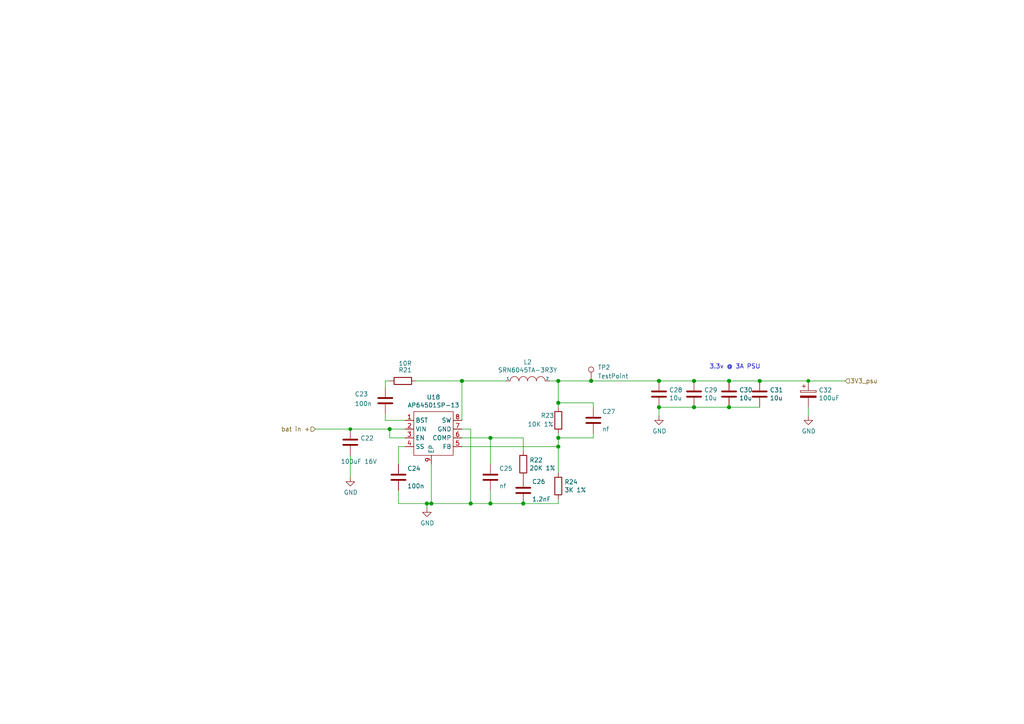
<source format=kicad_sch>
(kicad_sch (version 20231120) (generator "eeschema") (generator_version "8.0")
  (paper "A4")
  (lib_symbols
    (symbol "CM4IO:AP64351"
      (property "Reference" "U" (at 0 8.89 0))
      (property "Value" "AP64351" (at 1.27 6.35 0))
      (symbol "AP64351_0_1"
        (rectangle (start -5.08 5.08) (end 6.35 -7.62))
      )
      (symbol "AP64351_1_1"
        (pin passive line (at -7.62 2.54 0) (length 2.54) (name "BST") (number "1"))
        (pin power_in line (at -7.62 0 0) (length 2.54) (name "VIN") (number "2"))
        (pin input line (at -7.62 -2.54 0) (length 2.54) (name "EN") (number "3"))
        (pin input line (at -7.62 -5.08 0) (length 2.54) (name "SS") (number "4"))
        (pin input line (at 8.89 -5.08 180) (length 2.54) (name "FB") (number "5"))
        (pin input line (at 8.89 -2.54 180) (length 2.54) (name "COMP") (number "6"))
        (pin power_in line (at 8.89 0 180) (length 2.54) (name "GND") (number "7"))
        (pin output line (at 8.89 2.54 180) (length 2.54) (name "SW") (number "8"))
        (pin passive line (at 0 -10.16 90) (length 2.54) (name "EP") (number "9"))
      )
    )
    (symbol "Connector:TestPoint" (pin_numbers hide) (pin_names (offset 0.762) hide)
      (property "Reference" "TP" (at 0 6.858 0))
      (property "Value" "TestPoint" (at 0 5.08 0))
      (symbol "TestPoint_0_1"
        (circle (center 0 3.302) (radius 0.762))
      )
      (symbol "TestPoint_1_1"
        (pin passive line (at 0 0 90) (length 2.54) (name "1") (number "1"))
      )
    )
    (symbol "Device:C" (pin_numbers hide) (pin_names (offset 0.254))
      (property "Reference" "C" (at 0.635 2.54 0))
      (property "Value" "C" (at 0.635 -2.54 0))
      (symbol "C_0_1"
        (polyline (pts (xy -2.032 -0.762) (xy 2.032 -0.762)) (stroke (width 0.508)))
        (polyline (pts (xy -2.032 0.762) (xy 2.032 0.762)) (stroke (width 0.508)))
      )
      (symbol "C_1_1"
        (pin passive line (at 0 3.81 270) (length 2.794) (name "~") (number "1"))
        (pin passive line (at 0 -3.81 90) (length 2.794) (name "~") (number "2"))
      )
    )
    (symbol "Device:CP" (pin_numbers hide) (pin_names (offset 0.254))
      (property "Reference" "C" (at 0.635 2.54 0))
      (property "Value" "CP" (at 0.635 -2.54 0))
      (symbol "CP_0_1"
        (rectangle (start -2.286 0.508) (end 2.286 1.016))
        (polyline (pts (xy -1.778 2.286) (xy -0.762 2.286)))
        (polyline (pts (xy -1.27 2.794) (xy -1.27 1.778)))
        (rectangle (start 2.286 -0.508) (end -2.286 -1.016) (fill (type outline)))
      )
      (symbol "CP_1_1"
        (pin passive line (at 0 3.81 270) (length 2.794) (name "~") (number "1"))
        (pin passive line (at 0 -3.81 90) (length 2.794) (name "~") (number "2"))
      )
    )
    (symbol "Device:R" (pin_numbers hide) (pin_names (offset 0))
      (property "Reference" "R" (at 2.032 0 90))
      (property "Value" "R" (at 0 0 90))
      (symbol "R_0_1"
        (rectangle (start -1.016 -2.54) (end 1.016 2.54) (stroke (width 0.254)))
      )
      (symbol "R_1_1"
        (pin passive line (at 0 3.81 270) (length 1.27) (name "~") (number "1"))
        (pin passive line (at 0 -3.81 90) (length 1.27) (name "~") (number "2"))
      )
    )
    (symbol "power:GND" (power) (pin_names (offset 0))
      (property "Value" "GND" (at 0 -3.81 0))
      (symbol "GND_0_1"
        (polyline (pts (xy 0 0) (xy 0 -1.27) (xy 1.27 -1.27) (xy 0 -2.54) (xy -1.27 -1.27) (xy 0 -1.27)))
      )
      (symbol "GND_1_1"
        (pin power_in line (at 0 0 270) (length 0) hide (name "GND") (number "1"))
      )
    )
    (symbol "pspice:INDUCTOR" (pin_numbers hide) (pin_names (offset 0))
      (property "Reference" "L" (at 0 2.54 0))
      (property "Value" "INDUCTOR" (at 0 -1.27 0))
      (symbol "INDUCTOR_0_1"
        (arc (start -2.54 0) (mid -3.81 1.2645) (end -5.08 0))
        (arc (start 0 0) (mid -1.27 1.2645) (end -2.54 0))
        (arc (start 2.54 0) (mid 1.27 1.2645) (end 0 0))
        (arc (start 5.08 0) (mid 3.81 1.2645) (end 2.54 0))
      )
      (symbol "INDUCTOR_1_1"
        (pin input line (at -6.35 0 0) (length 1.27) (name "1") (number "1"))
        (pin input line (at 6.35 0 180) (length 1.27) (name "2") (number "2"))
      )
    )
  )
  (junction (at 191.135 110.49) (diameter 1.016))
  (junction (at 191.135 118.11) (diameter 1.016))
  (junction (at 161.925 129.54) (diameter 1.016))
  (junction (at 125.095 146.05) (diameter 1.016))
  (junction (at 211.455 110.49) (diameter 1.016))
  (junction (at 161.925 127) (diameter 1.016))
  (junction (at 211.455 118.11) (diameter 1.016))
  (junction (at 142.24 127) (diameter 1.016))
  (junction (at 171.45 110.49) (diameter 1.016))
  (junction (at 151.765 146.05) (diameter 1.016))
  (junction (at 113.03 124.46) (diameter 1.016))
  (junction (at 234.442 110.49))
  (junction (at 123.825 146.05) (diameter 1.016))
  (junction (at 201.295 110.49) (diameter 1.016))
  (junction (at 201.295 118.11) (diameter 1.016))
  (junction (at 136.525 146.05) (diameter 1.016))
  (junction (at 220.345 110.49) (diameter 1.016))
  (junction (at 161.925 110.49) (diameter 1.016))
  (junction (at 161.925 116.84) (diameter 1.016))
  (junction (at 133.985 110.49) (diameter 1.016))
  (junction (at 142.24 146.05) (diameter 1.016))
  (junction (at 101.6 124.46))
  (wire (pts (xy 125.095 134.62) (xy 125.095 146.05)))
  (wire (pts (xy 111.76 110.49) (xy 113.03 110.49)))
  (wire (pts (xy 172.085 127) (xy 172.085 125.73)))
  (wire (pts (xy 120.65 110.49) (xy 133.985 110.49)))
  (wire (pts (xy 136.525 146.05) (xy 142.24 146.05)))
  (wire (pts (xy 113.03 127) (xy 117.475 127)))
  (wire (pts (xy 115.57 146.05) (xy 123.825 146.05)))
  (wire (pts (xy 142.24 127) (xy 142.24 134.62)))
  (wire (pts (xy 161.925 110.49) (xy 171.45 110.49)))
  (wire (pts (xy 111.76 121.92) (xy 117.475 121.92)))
  (wire (pts (xy 211.455 118.11) (xy 201.295 118.11)))
  (wire (pts (xy 220.345 110.49) (xy 234.442 110.49)))
  (wire (pts (xy 201.295 110.49) (xy 211.455 110.49)))
  (wire (pts (xy 133.985 110.49) (xy 133.985 121.92)))
  (wire (pts (xy 142.24 146.05) (xy 151.765 146.05)))
  (wire (pts (xy 133.985 110.49) (xy 146.685 110.49)))
  (wire (pts (xy 115.57 129.54) (xy 115.57 134.62)))
  (wire (pts (xy 151.765 130.81) (xy 151.765 127)))
  (wire (pts (xy 133.985 124.46) (xy 136.525 124.46)))
  (wire (pts (xy 101.6 124.46) (xy 113.03 124.46)))
  (wire (pts (xy 123.825 146.05) (xy 125.095 146.05)))
  (wire (pts (xy 159.385 110.49) (xy 161.925 110.49)))
  (wire (pts (xy 191.135 118.11) (xy 191.135 120.65)))
  (wire (pts (xy 151.765 146.05) (xy 161.925 146.05)))
  (wire (pts (xy 91.44 124.46) (xy 101.6 124.46)))
  (wire (pts (xy 111.76 112.395) (xy 111.76 110.49)))
  (wire (pts (xy 111.76 120.015) (xy 111.76 121.92)))
  (wire (pts (xy 133.985 129.54) (xy 161.925 129.54)))
  (wire (pts (xy 220.345 118.11) (xy 211.455 118.11)))
  (wire (pts (xy 161.925 129.54) (xy 161.925 137.16)))
  (wire (pts (xy 161.925 127) (xy 172.085 127)))
  (wire (pts (xy 171.45 110.49) (xy 191.135 110.49)))
  (wire (pts (xy 117.475 129.54) (xy 115.57 129.54)))
  (wire (pts (xy 211.455 110.49) (xy 220.345 110.49)))
  (wire (pts (xy 234.442 110.49) (xy 245.11 110.49)))
  (wire (pts (xy 136.525 124.46) (xy 136.525 146.05)))
  (wire (pts (xy 161.925 116.84) (xy 161.925 118.11)))
  (wire (pts (xy 123.825 147.32) (xy 123.825 146.05)))
  (wire (pts (xy 191.135 110.49) (xy 201.295 110.49)))
  (wire (pts (xy 113.03 124.46) (xy 117.475 124.46)))
  (wire (pts (xy 161.925 116.84) (xy 172.085 116.84)))
  (wire (pts (xy 113.03 124.46) (xy 113.03 127)))
  (wire (pts (xy 161.925 146.05) (xy 161.925 144.78)))
  (wire (pts (xy 172.085 116.84) (xy 172.085 118.11)))
  (wire (pts (xy 201.295 118.11) (xy 191.135 118.11)))
  (wire (pts (xy 142.24 142.24) (xy 142.24 146.05)))
  (wire (pts (xy 234.442 118.11) (xy 234.442 120.65)))
  (wire (pts (xy 161.925 125.73) (xy 161.925 127)))
  (wire (pts (xy 142.24 127) (xy 151.765 127)))
  (wire (pts (xy 133.985 127) (xy 142.24 127)))
  (wire (pts (xy 115.57 142.24) (xy 115.57 146.05)))
  (wire (pts (xy 161.925 127) (xy 161.925 129.54)))
  (wire (pts (xy 161.925 110.49) (xy 161.925 116.84)))
  (wire (pts (xy 101.6 132.08) (xy 101.6 138.43)))
  (wire (pts (xy 125.095 146.05) (xy 136.525 146.05)))
  (text "3.3v @ 3A PSU\n" (at 205.74 107.188 0) (effects (font (size 1.27 1.27)) (justify left bottom)))
  (hierarchical_label "bat in +" (shape input) (at 91.44 124.46 180))
  (hierarchical_label "3V3_psu" (shape input) (at 245.11 110.49 0))
  (symbol (lib_id "Device:C") (at 220.345 114.3 0) (unit 1)
    (property "Reference" "C31" (at 223.266 113.1316 0) (effects (justify left)))
    (property "Value" "10u" (at 223.266 115.443 0) (effects (justify left)))
    (property "Footprint" "Capacitor_SMD:C_0805_2012Metric" (effects (hide yes)))
    (property "Datasheet" "https://search.murata.co.jp/Ceramy/image/img/A01X/G101/ENG/GRM21BR71A106KA73-01.pdf" (effects (hide yes)))
    (property "Field5" "490-14381-1-ND" (effects (hide yes)))
    (property "Field4" "Digikey" (effects (hide yes)))
    (property "Field6" "GRM21BR71A106KA73L" (effects (hide yes)))
    (property "Field7" "Murata" (effects (hide yes)))
    (property "Part Description" "	10uF 10% 10V Ceramic Capacitor X7R 0805 (2012 Metric)" (effects (hide yes)))
    (property "Field8" "111893011" (effects (hide yes)))
  )
  (symbol (lib_id "CM4IO:AP64351") (at 125.095 124.46 0) (unit 1)
    (property "Reference" "U18" (at 125.73 115.2144 0))
    (property "Value" "AP64501SP-13" (at 125.73 117.5258 0))
    (property "Footprint" "Package_SO:SOIC-8-1EP_3.9x4.9mm_P1.27mm_EP2.95x4.9mm_Mask2.71x3.4mm_ThermalVias" (effects (hide yes)))
    (property "Datasheet" "https://www.diodes.com/assets/Datasheets/AP64501.pdf" (effects (hide yes)))
    (property "Field4" "Digikey" (effects (hide yes)))
    (property "Field5" "31-AP64501SP-13CT-ND" (effects (hide yes)))
    (property "Field6" "AP64501SP-13" (effects (hide yes)))
    (property "Field7" "Diodes" (effects (hide yes)))
    (property "Part Description" "Buck Switching Regulator IC Positive Adjustable 0.8V 1 Output 5A 8-SOIC (0.154\", 3.90mm Width) Exposed Pad" (effects (hide yes)))
  )
  (symbol (lib_id "Connector:TestPoint") (at 171.45 110.49 0) (unit 1)
    (property "Reference" "TP2" (at 173.355 106.553 0) (effects (justify left)))
    (property "Value" "TestPoint" (at 173.355 109.093 0) (effects (justify left)))
    (property "Footprint" "TestPoint:TestPoint_Pad_2.0x2.0mm" (effects (hide yes)))
    (property "Field4" "nf" (effects (hide yes)))
    (property "Field5" "nf" (effects (hide yes)))
    (property "Field6" "nf" (effects (hide yes)))
    (property "Field7" "nf" (effects (hide yes)))
  )
  (symbol (lib_id "Device:R") (at 116.84 110.49 270) (unit 1)
    (property "Reference" "R21" (at 115.57 107.315 90) (effects (justify left)))
    (property "Value" "10R" (at 115.57 105.41 90) (effects (justify left)))
    (property "Footprint" "Resistor_SMD:R_0402_1005Metric" (effects (hide yes)))
    (property "Datasheet" "https://fscdn.rohm.com/en/products/databook/datasheet/passive/resistor/chip_resistor/mcr-e.pdf" (effects (hide yes)))
    (property "Field4" "Farnell" (effects (hide yes)))
    (property "Field5" "9238999" (effects (hide yes)))
    (property "Field7" "Yageo" (effects (hide yes)))
    (property "Field6" "RC0402FR-0710RL" (effects (hide yes)))
    (property "Field8" "URES00256" (effects (hide yes)))
    (property "Part Description" "Resistor 10R M1005 1% 63mW" (effects (hide yes)))
  )
  (symbol (lib_id "Device:C") (at 142.24 138.43 0) (unit 1)
    (property "Reference" "C25" (at 144.78 135.89 0) (effects (justify left)))
    (property "Value" "nf" (at 144.78 140.97 0) (effects (justify left)))
    (property "Footprint" "Capacitor_SMD:C_0402_1005Metric" (effects (hide yes)))
  )
  (symbol (lib_id "Device:C") (at 101.6 128.27 0) (unit 1)
    (property "Reference" "C22" (at 104.521 127.1016 0) (effects (justify left)))
    (property "Value" "100uF 16V" (at 98.806 133.858 0) (effects (justify left)))
    (property "Footprint" "Capacitor_SMD:C_0805_2012Metric" (effects (hide yes)))
    (property "Datasheet" "https://www.murata.com/en-global/products/productdetail.aspx?partno=GRM21BC8YA106ME11%23" (effects (hide yes)))
    (property "Field5" "490-10505-1-ND" (effects (hide yes)))
    (property "Field4" "Digikey" (effects (hide yes)))
    (property "Field6" "MSASE32MAB5107MPNA01" (effects (hide yes)))
    (property "Field7" "Murata" (effects (hide yes)))
    (property "Part Description" "Multilayer Ceramic Capacitors MLCC - SMD/SMT 16V 100uF X5R 1210 20 %" (effects (hide yes)))
  )
  (symbol (lib_id "Device:C") (at 191.135 114.3 0) (unit 1)
    (property "Reference" "C28" (at 194.056 113.1316 0) (effects (justify left)))
    (property "Value" "10u" (at 194.056 115.443 0) (effects (justify left)))
    (property "Footprint" "Capacitor_SMD:C_0805_2012Metric" (effects (hide yes)))
    (property "Datasheet" "https://search.murata.co.jp/Ceramy/image/img/A01X/G101/ENG/GRM21BR71A106KA73-01.pdf" (effects (hide yes)))
    (property "Field5" "490-14381-1-ND" (effects (hide yes)))
    (property "Field4" "Digikey" (effects (hide yes)))
    (property "Field6" "GRM21BR71A106KA73L" (effects (hide yes)))
    (property "Field7" "Murata" (effects (hide yes)))
    (property "Part Description" "	10uF 10% 10V Ceramic Capacitor X7R 0805 (2012 Metric)" (effects (hide yes)))
    (property "Field8" "111893011" (effects (hide yes)))
  )
  (symbol (lib_id "power:GND") (at 123.825 147.32 0) (unit 1)
    (property "Reference" "#PWR07" (effects (hide yes)))
    (property "Value" "GND" (at 123.952 151.7142 0))
  )
  (symbol (lib_id "pspice:INDUCTOR") (at 153.035 110.49 0) (unit 1)
    (property "Reference" "L2" (at 153.035 105.029 0))
    (property "Value" "SRN6045TA-3R3Y" (at 153.035 107.3404 0))
    (property "Footprint" "Inductor_SMD:L_Bourns_SRN6045TA" (effects (hide yes)))
    (property "Datasheet" "https://www.bourns.com/docs/Product-Datasheets/SRN6045TA.pdf" (effects (hide yes)))
    (property "Field4" "Farnell" (effects (hide yes)))
    (property "Field5" "2616889" (effects (hide yes)))
    (property "Field6" "SRN6045TA-3R3Y" (effects (hide yes)))
    (property "Field7" "Bourns" (effects (hide yes)))
    (property "Part Description" "3.3µH Semi-Shielded Wirewound Inductor 7.8A 21mOhm Nonstandard" (effects (hide yes)))
  )
  (symbol (lib_id "Device:CP") (at 234.442 114.3 0) (unit 1)
    (property "Reference" "C32" (at 237.4392 113.157 0) (effects (justify left)))
    (property "Value" "100uF" (at 237.4392 115.443 0) (effects (justify left)))
    (property "Footprint" "Capacitor_Tantalum_SMD:CP_EIA-7343-31_Kemet-D" (effects (hide yes)))
    (property "Field4" "Mouser" (effects (hide yes)))
    (property "Field5" "667-EEF-CX0J101R" (effects (hide yes)))
    (property "Part Description" "Capacitor, SP-Cap, 100u, 6.3V, 15mR ESR" (effects (hide yes)))
  )
  (symbol (lib_id "Device:C") (at 172.085 121.92 0) (unit 1)
    (property "Reference" "C27" (at 174.625 119.38 0) (effects (justify left)))
    (property "Value" "nf" (at 174.625 124.46 0) (effects (justify left)))
    (property "Footprint" "Capacitor_SMD:C_0402_1005Metric" (effects (hide yes)))
    (property "Datasheet" "http://www.farnell.com/datasheets/2048267.pdf?_ga=2.222777691.1738794919.1588350964-1787849031.1568210898&_gac=1.250356018.1588350964.EAIaIQobChMIgrHHs4yT6QIVxevtCh39TA_nEAAYASAAEgK8PfD_BwE" (effects (hide yes)))
    (property "Field4" "Farnell" (effects (hide yes)))
    (property "Field5" "2666374" (effects (hide yes)))
    (property "Field6" "GRM1555C1H221JA01D" (effects (hide yes)))
    (property "Field7" "Murata" (effects (hide yes)))
    (property "Part Description" "220 pF, 50 V, 0402 [1005 Metric], ± 5%, C0G / NP0/CH, GCM Series" (effects (hide yes)))
  )
  (symbol (lib_id "power:GND") (at 101.6 138.43 0) (unit 1)
    (property "Reference" "#PWR06" (effects (hide yes)))
    (property "Value" "GND" (at 101.727 142.8242 0))
  )
  (symbol (lib_id "power:GND") (at 234.442 120.65 0) (unit 1)
    (property "Reference" "#PWR010" (effects (hide yes)))
    (property "Value" "GND" (at 234.569 125.0442 0))
  )
  (symbol (lib_id "power:GND") (at 191.135 120.65 0) (unit 1)
    (property "Reference" "#PWR09" (effects (hide yes)))
    (property "Value" "GND" (at 191.262 125.0442 0))
  )
  (symbol (lib_id "Device:C") (at 151.765 142.24 0) (unit 1)
    (property "Reference" "C26" (at 154.305 139.7 0) (effects (justify left)))
    (property "Value" "1.2nF" (at 154.305 144.78 0) (effects (justify left)))
    (property "Footprint" "Capacitor_SMD:C_0402_1005Metric" (effects (hide yes)))
    (property "Datasheet" "http://www.farnell.com/datasheets/2734135.pdf?_ga=2.259347658.1738794919.1588350964-1787849031.1568210898&_gac=1.15394434.1588350964.EAIaIQobChMIgrHHs4yT6QIVxevtCh39TA_nEAAYASAAEgK8PfD_BwE" (effects (hide yes)))
    (property "Field4" "Digikey" (effects (hide yes)))
    (property "Field5" "490-16429-1-ND" (effects (hide yes)))
    (property "Field6" "GCM155R71H122KA37D" (effects (hide yes)))
    (property "Field7" "Murata" (effects (hide yes)))
    (property "Part Description" "1200pF 10% 10V Ceramic Capacitor X5R 0402 (1005 Metric)" (effects (hide yes)))
  )
  (symbol (lib_id "Device:C") (at 201.295 114.3 0) (unit 1)
    (property "Reference" "C29" (at 204.216 113.1316 0) (effects (justify left)))
    (property "Value" "10u" (at 204.216 115.443 0) (effects (justify left)))
    (property "Footprint" "Capacitor_SMD:C_0805_2012Metric" (effects (hide yes)))
    (property "Datasheet" "https://search.murata.co.jp/Ceramy/image/img/A01X/G101/ENG/GRM21BR71A106KA73-01.pdf" (effects (hide yes)))
    (property "Field5" "490-14381-1-ND" (effects (hide yes)))
    (property "Field4" "Digikey" (effects (hide yes)))
    (property "Field6" "GRM21BR71A106KA73L" (effects (hide yes)))
    (property "Field7" "Murata" (effects (hide yes)))
    (property "Part Description" "	10uF 10% 10V Ceramic Capacitor X7R 0805 (2012 Metric)" (effects (hide yes)))
    (property "Field8" "111893011" (effects (hide yes)))
  )
  (symbol (lib_id "Device:R") (at 161.925 121.92 0) (unit 1)
    (property "Reference" "R23" (at 156.845 120.523 0) (effects (justify left)))
    (property "Value" "10K 1%" (at 153.035 123.063 0) (effects (justify left)))
    (property "Footprint" "Resistor_SMD:R_0402_1005Metric" (effects (hide yes)))
    (property "Datasheet" "https://fscdn.rohm.com/en/products/databook/datasheet/passive/resistor/chip_resistor/mcr-e.pdf" (effects (hide yes)))
    (property "Field4" "Farnell" (effects (hide yes)))
    (property "Field5" "9239367" (effects (hide yes)))
    (property "Field7" "Rohm" (effects (hide yes)))
    (property "Field6" "MCR01MZPF1202" (effects (hide yes)))
    (property "Part Description" "Resistor 12K M1005 1% 63mW" (effects (hide yes)))
  )
  (symbol (lib_id "Device:C") (at 111.76 116.205 0) (unit 1)
    (property "Reference" "C23" (at 102.87 114.3 0) (effects (justify left)))
    (property "Value" "100n" (at 102.87 117.094 0) (effects (justify left)))
    (property "Footprint" "Capacitor_SMD:C_0402_1005Metric" (effects (hide yes)))
    (property "Datasheet" "https://search.murata.co.jp/Ceramy/image/img/A01X/G101/ENG/GRM155R71C104KA88-01.pdf" (effects (hide yes)))
    (property "Field4" "Farnell" (effects (hide yes)))
    (property "Field5" "2611911" (effects (hide yes)))
    (property "Field6" "RM EMK105 B7104KV-F" (effects (hide yes)))
    (property "Field7" "TAIYO YUDEN EUROPE GMBH" (effects (hide yes)))
    (property "Part Description" "	0.1uF 10% 16V Ceramic Capacitor X7R 0402 (1005 Metric)" (effects (hide yes)))
    (property "Field8" "110091611" (effects (hide yes)))
  )
  (symbol (lib_id "Device:C") (at 211.455 114.3 0) (unit 1)
    (property "Reference" "C30" (at 214.376 113.1316 0) (effects (justify left)))
    (property "Value" "10u" (at 214.376 115.443 0) (effects (justify left)))
    (property "Footprint" "Capacitor_SMD:C_0805_2012Metric" (effects (hide yes)))
    (property "Datasheet" "https://search.murata.co.jp/Ceramy/image/img/A01X/G101/ENG/GRM21BR71A106KA73-01.pdf" (effects (hide yes)))
    (property "Field5" "490-14381-1-ND" (effects (hide yes)))
    (property "Field4" "Digikey" (effects (hide yes)))
    (property "Field6" "GRM21BR71A106KA73L" (effects (hide yes)))
    (property "Field7" "Murata" (effects (hide yes)))
    (property "Part Description" "	10uF 10% 10V Ceramic Capacitor X7R 0805 (2012 Metric)" (effects (hide yes)))
    (property "Field8" "111893011" (effects (hide yes)))
  )
  (symbol (lib_id "Device:R") (at 161.925 140.97 0) (unit 1)
    (property "Reference" "R24" (at 163.703 139.8016 0) (effects (justify left)))
    (property "Value" "3K 1%" (at 163.703 142.113 0) (effects (justify left)))
    (property "Footprint" "Resistor_SMD:R_0402_1005Metric" (effects (hide yes)))
    (property "Datasheet" "https://fscdn.rohm.com/en/products/databook/datasheet/passive/resistor/chip_resistor/mcr-e.pdf" (effects (hide yes)))
    (property "Field4" "Farnell" (effects (hide yes)))
    (property "Field5" "9239278" (effects (hide yes)))
    (property "Field6" "RK73G1ETQTP2201D         " (effects (hide yes)))
    (property "Field7" "KOA EUROPE GMBH" (effects (hide yes)))
    (property "Part Description" "Resistor 2.2K M1005 1% 63mW" (effects (hide yes)))
    (property "Field8" "120889581" (effects (hide yes)))
  )
  (symbol (lib_id "Device:C") (at 115.57 138.43 0) (unit 1)
    (property "Reference" "C24" (at 118.11 135.89 0) (effects (justify left)))
    (property "Value" "100n" (at 118.11 140.97 0) (effects (justify left)))
    (property "Footprint" "Capacitor_SMD:C_0402_1005Metric" (effects (hide yes)))
    (property "Datasheet" "https://search.murata.co.jp/Ceramy/image/img/A01X/G101/ENG/GRM155R71C104KA88-01.pdf" (effects (hide yes)))
    (property "Field4" "Farnell" (effects (hide yes)))
    (property "Field5" "2611911" (effects (hide yes)))
    (property "Field6" "RM EMK105 B7104KV-F" (effects (hide yes)))
    (property "Field7" "TAIYO YUDEN EUROPE GMBH" (effects (hide yes)))
    (property "Part Description" "	0.1uF 10% 16V Ceramic Capacitor X7R 0402 (1005 Metric)" (effects (hide yes)))
    (property "Field8" "110091611" (effects (hide yes)))
  )
  (symbol (lib_id "Device:R") (at 151.765 134.62 0) (unit 1)
    (property "Reference" "R22" (at 153.543 133.4516 0) (effects (justify left)))
    (property "Value" "20K 1%" (at 153.543 135.763 0) (effects (justify left)))
    (property "Footprint" "Resistor_SMD:R_0402_1005Metric" (effects (hide yes)))
    (property "Datasheet" "https://fscdn.rohm.com/en/products/databook/datasheet/passive/resistor/chip_resistor/mcr-e.pdf" (effects (hide yes)))
    (property "Field4" "Farnell" (effects (hide yes)))
    (property "Field5" "2331485" (effects (hide yes)))
    (property "Field7" "KOA EUROPE GMBH" (effects (hide yes)))
    (property "Field6" "RK73H1ETTP2002F" (effects (hide yes)))
    (property "Part Description" "Resistor 20K M1005 1% 63mW" (effects (hide yes)))
  )
)
</source>
